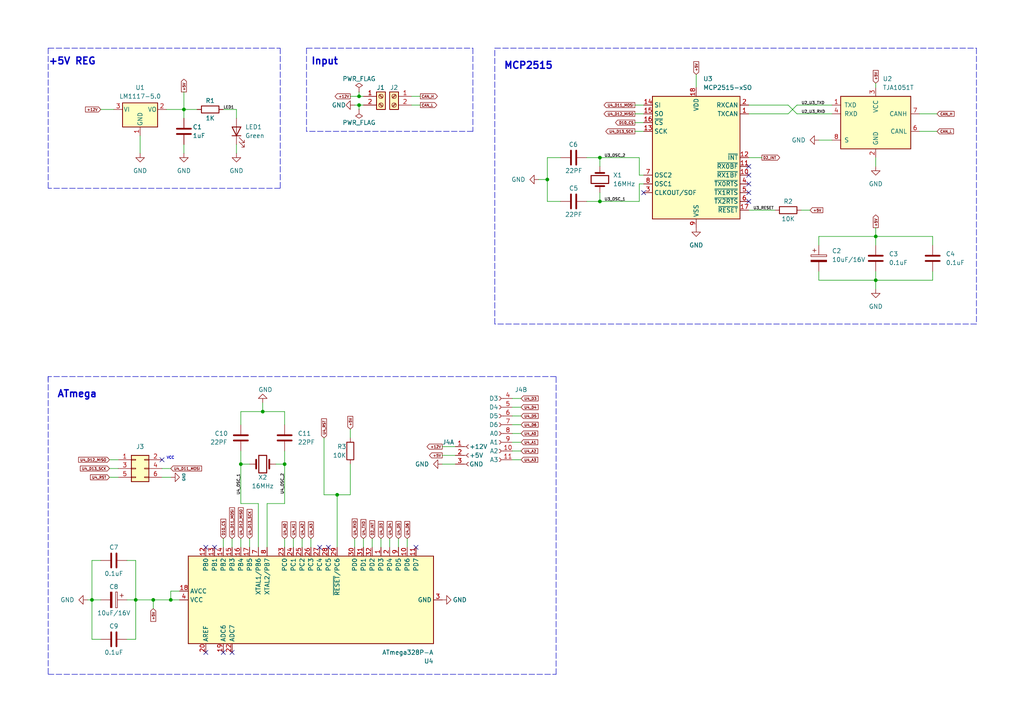
<source format=kicad_sch>
(kicad_sch (version 20211123) (generator eeschema)
  (paper "A4")
  (lib_symbols
    (symbol "CAN_ATmega:Connector_female" (pin_names (offset 1.5))
      (property "Reference" "J" (at -12 0 0))
      (property "Value" "Connector_female" (at 0 12 0))
      (symbol "Connector_female_1_1"
        (polyline (pts (xy 2.5654 -2.54) (xy 3.3274 -2.54)) (stroke (width 0.1524)))
        (polyline (pts (xy 2.5654 0) (xy 3.3274 0)) (stroke (width 0.1524)))
        (polyline (pts (xy 2.5654 2.54) (xy 3.3274 2.54)) (stroke (width 0.1524)))
        (arc (start 3.8354 -2.032) (mid 3.327 -2.54) (end 3.8354 -3.048) (stroke (width 0.1524)))
        (arc (start 3.8354 0.508) (mid 3.327 0) (end 3.8354 -0.508) (stroke (width 0.1524)))
        (arc (start 3.8354 3.048) (mid 3.327 2.54) (end 3.8354 2.032) (stroke (width 0.1524)))
        (pin power_out line (at 0 2.54 0) (length 2.54) (name "+12V") (number "1"))
        (pin power_out line (at 0 0 0) (length 2.54) (name "+5V") (number "2"))
        (pin power_out line (at 0 -2.54 0) (length 2.54) (name "GND") (number "3"))
      )
      (symbol "Connector_female_2_1"
        (polyline (pts (xy 2.5654 -8.89) (xy 3.3274 -8.89)) (stroke (width 0.1524)))
        (polyline (pts (xy 2.5654 -6.35) (xy 3.3274 -6.35)) (stroke (width 0.1524)))
        (polyline (pts (xy 2.5654 -3.81) (xy 3.3274 -3.81)) (stroke (width 0.1524)))
        (polyline (pts (xy 2.5654 -1.27) (xy 3.3274 -1.27)) (stroke (width 0.1524)))
        (polyline (pts (xy 2.5654 1.27) (xy 3.3274 1.27)) (stroke (width 0.1524)))
        (polyline (pts (xy 2.5654 3.81) (xy 3.3274 3.81)) (stroke (width 0.1524)))
        (polyline (pts (xy 2.5654 6.35) (xy 3.3274 6.35)) (stroke (width 0.1524)))
        (polyline (pts (xy 2.5654 8.89) (xy 3.3274 8.89)) (stroke (width 0.1524)))
        (arc (start 3.8354 -8.382) (mid 3.327 -8.89) (end 3.8354 -9.398) (stroke (width 0.1524)))
        (arc (start 3.8354 -5.842) (mid 3.327 -6.35) (end 3.8354 -6.858) (stroke (width 0.1524)))
        (arc (start 3.8354 -3.302) (mid 3.327 -3.81) (end 3.8354 -4.318) (stroke (width 0.1524)))
        (arc (start 3.8354 -0.762) (mid 3.327 -1.27) (end 3.8354 -1.778) (stroke (width 0.1524)))
        (arc (start 3.8354 1.778) (mid 3.3274 1.27) (end 3.8354 0.762) (stroke (width 0.1524)))
        (arc (start 3.8354 4.318) (mid 3.327 3.81) (end 3.8354 3.302) (stroke (width 0.1524)))
        (arc (start 3.8354 6.858) (mid 3.327 6.35) (end 3.8354 5.842) (stroke (width 0.1524)))
        (arc (start 3.8354 9.398) (mid 3.327 8.89) (end 3.8354 8.382) (stroke (width 0.1524)))
        (pin passive line (at 0 -6.35 0) (length 2.54) (name "A2") (number "10"))
        (pin passive line (at 0 -8.89 0) (length 2.54) (name "A3") (number "11"))
        (pin passive line (at 0 8.89 0) (length 2.54) (name "D3") (number "4"))
        (pin passive line (at 0 6.35 0) (length 2.54) (name "D4") (number "5"))
        (pin passive line (at 0 3.81 0) (length 2.54) (name "D5") (number "6"))
        (pin passive line (at 0 1.27 0) (length 2.54) (name "D6") (number "7"))
        (pin passive line (at 0 -1.27 0) (length 2.54) (name "A0") (number "8"))
        (pin passive line (at 0 -3.81 0) (length 2.54) (name "A1") (number "9"))
      )
    )
    (symbol "Connector:Screw_Terminal_01x02" (pin_names (offset 1.016) hide)
      (property "Reference" "J" (at 0 2.54 0))
      (property "Value" "Screw_Terminal_01x02" (at 0 -5.08 0))
      (symbol "Screw_Terminal_01x02_1_1"
        (rectangle (start -1.27 1.27) (end 1.27 -3.81) (stroke (width 0.254)) (fill (type background)))
        (circle (center 0 -2.54) (radius 0.635) (stroke (width 0.1524)))
        (polyline (pts (xy -0.5334 -2.2098) (xy 0.3302 -3.048)) (stroke (width 0.1524)))
        (polyline (pts (xy -0.5334 0.3302) (xy 0.3302 -0.508)) (stroke (width 0.1524)))
        (polyline (pts (xy -0.3556 -2.032) (xy 0.508 -2.8702)) (stroke (width 0.1524)))
        (polyline (pts (xy -0.3556 0.508) (xy 0.508 -0.3302)) (stroke (width 0.1524)))
        (circle (center 0 0) (radius 0.635) (stroke (width 0.1524)))
        (pin passive line (at -5.08 0 0) (length 3.81) (name "Pin_1") (number "1"))
        (pin passive line (at -5.08 -2.54 0) (length 3.81) (name "Pin_2") (number "2"))
      )
    )
    (symbol "Connector_Generic:Conn_02x03_Odd_Even" (pin_names (offset 1.016) hide)
      (property "Reference" "J" (at 1.27 5.08 0))
      (property "Value" "Conn_02x03_Odd_Even" (at 1.27 -5.08 0))
      (symbol "Conn_02x03_Odd_Even_1_1"
        (rectangle (start -1.27 -2.413) (end 0 -2.667) (stroke (width 0.1524)))
        (rectangle (start -1.27 0.127) (end 0 -0.127) (stroke (width 0.1524)))
        (rectangle (start -1.27 2.667) (end 0 2.413) (stroke (width 0.1524)))
        (rectangle (start -1.27 3.81) (end 3.81 -3.81) (stroke (width 0.254)) (fill (type background)))
        (rectangle (start 3.81 -2.413) (end 2.54 -2.667) (stroke (width 0.1524)))
        (rectangle (start 3.81 0.127) (end 2.54 -0.127) (stroke (width 0.1524)))
        (rectangle (start 3.81 2.667) (end 2.54 2.413) (stroke (width 0.1524)))
        (pin passive line (at -5.08 2.54 0) (length 3.81) (name "Pin_1") (number "1"))
        (pin passive line (at 7.62 2.54 180) (length 3.81) (name "Pin_2") (number "2"))
        (pin passive line (at -5.08 0 0) (length 3.81) (name "Pin_3") (number "3"))
        (pin passive line (at 7.62 0 180) (length 3.81) (name "Pin_4") (number "4"))
        (pin passive line (at -5.08 -2.54 0) (length 3.81) (name "Pin_5") (number "5"))
        (pin passive line (at 7.62 -2.54 180) (length 3.81) (name "Pin_6") (number "6"))
      )
    )
    (symbol "Device:C" (pin_numbers hide) (pin_names (offset 0.254))
      (property "Reference" "C" (at 0.635 2.54 0))
      (property "Value" "C" (at 0.635 -2.54 0))
      (symbol "C_0_1"
        (polyline (pts (xy -2.032 -0.762) (xy 2.032 -0.762)) (stroke (width 0.508)))
        (polyline (pts (xy -2.032 0.762) (xy 2.032 0.762)) (stroke (width 0.508)))
      )
      (symbol "C_1_1"
        (pin passive line (at 0 3.81 270) (length 2.794) (name "~") (number "1"))
        (pin passive line (at 0 -3.81 90) (length 2.794) (name "~") (number "2"))
      )
    )
    (symbol "Device:C_Polarized" (pin_numbers hide) (pin_names (offset 0.254))
      (property "Reference" "C" (at 0.635 2.54 0))
      (property "Value" "C_Polarized" (at 0.635 -2.54 0))
      (symbol "C_Polarized_0_1"
        (rectangle (start -2.286 0.508) (end 2.286 1.016))
        (polyline (pts (xy -1.778 2.286) (xy -0.762 2.286)))
        (polyline (pts (xy -1.27 2.794) (xy -1.27 1.778)))
        (rectangle (start 2.286 -0.508) (end -2.286 -1.016) (fill (type outline)))
      )
      (symbol "C_Polarized_1_1"
        (pin passive line (at 0 3.81 270) (length 2.794) (name "~") (number "1"))
        (pin passive line (at 0 -3.81 90) (length 2.794) (name "~") (number "2"))
      )
    )
    (symbol "Device:Crystal" (pin_numbers hide) (pin_names (offset 1.016) hide)
      (property "Reference" "Y" (at 0 3.81 0))
      (property "Value" "Crystal" (at 0 -3.81 0))
      (symbol "Crystal_0_1"
        (rectangle (start -1.143 2.54) (end 1.143 -2.54) (stroke (width 0.3048)))
        (polyline (pts (xy -2.54 0) (xy -1.905 0)))
        (polyline (pts (xy -1.905 -1.27) (xy -1.905 1.27)) (stroke (width 0.508)))
        (polyline (pts (xy 1.905 -1.27) (xy 1.905 1.27)) (stroke (width 0.508)))
        (polyline (pts (xy 2.54 0) (xy 1.905 0)))
      )
      (symbol "Crystal_1_1"
        (pin passive line (at -3.81 0 0) (length 1.27) (name "1") (number "1"))
        (pin passive line (at 3.81 0 180) (length 1.27) (name "2") (number "2"))
      )
    )
    (symbol "Device:LED" (pin_numbers hide) (pin_names (offset 1.016) hide)
      (property "Reference" "D" (at 0 2.54 0))
      (property "Value" "LED" (at 0 -2.54 0))
      (symbol "LED_0_1"
        (polyline (pts (xy -1.27 -1.27) (xy -1.27 1.27)) (stroke (width 0.254)))
        (polyline (pts (xy -1.27 0) (xy 1.27 0)))
        (polyline (pts (xy 1.27 -1.27) (xy 1.27 1.27) (xy -1.27 0) (xy 1.27 -1.27)) (stroke (width 0.254)))
        (polyline (pts (xy -3.048 -0.762) (xy -4.572 -2.286) (xy -3.81 -2.286) (xy -4.572 -2.286) (xy -4.572 -1.524)))
        (polyline (pts (xy -1.778 -0.762) (xy -3.302 -2.286) (xy -2.54 -2.286) (xy -3.302 -2.286) (xy -3.302 -1.524)))
      )
      (symbol "LED_1_1"
        (pin passive line (at -3.81 0 0) (length 2.54) (name "K") (number "1"))
        (pin passive line (at 3.81 0 180) (length 2.54) (name "A") (number "2"))
      )
    )
    (symbol "Device:R" (pin_numbers hide) (pin_names (offset 0))
      (property "Reference" "R" (at 2.032 0 90))
      (property "Value" "R" (at 0 0 90))
      (symbol "R_0_1"
        (rectangle (start -1.016 -2.54) (end 1.016 2.54) (stroke (width 0.254)))
      )
      (symbol "R_1_1"
        (pin passive line (at 0 3.81 270) (length 1.27) (name "~") (number "1"))
        (pin passive line (at 0 -3.81 90) (length 1.27) (name "~") (number "2"))
      )
    )
    (symbol "Interface_CAN_LIN:MCP2515-xSO"
      (property "Reference" "U" (at -10.16 19.685 0))
      (property "Value" "MCP2515-xSO" (at 19.05 20.32 0))
      (symbol "MCP2515-xSO_0_1"
        (rectangle (start -12.7 17.78) (end 12.7 -17.78) (stroke (width 0.254)) (fill (type background)))
      )
      (symbol "MCP2515-xSO_1_1"
        (pin output line (at 15.24 12.7 180) (length 2.54) (name "TXCAN") (number "1"))
        (pin output line (at 15.24 -5.08 180) (length 2.54) (name "~{RX1BF}") (number "10"))
        (pin output line (at 15.24 -2.54 180) (length 2.54) (name "~{RX0BF}") (number "11"))
        (pin output line (at 15.24 0 180) (length 2.54) (name "~{INT}") (number "12"))
        (pin input line (at -15.24 7.62 0) (length 2.54) (name "SCK") (number "13"))
        (pin input line (at -15.24 15.24 0) (length 2.54) (name "SI") (number "14"))
        (pin output line (at -15.24 12.7 0) (length 2.54) (name "SO") (number "15"))
        (pin input line (at -15.24 10.16 0) (length 2.54) (name "~{CS}") (number "16"))
        (pin input line (at 15.24 -15.24 180) (length 2.54) (name "~{RESET}") (number "17"))
        (pin power_in line (at 0 20.32 270) (length 2.54) (name "VDD") (number "18"))
        (pin input line (at 15.24 15.24 180) (length 2.54) (name "RXCAN") (number "2"))
        (pin output line (at -15.24 -10.16 0) (length 2.54) (name "CLKOUT/SOF") (number "3"))
        (pin input line (at 15.24 -7.62 180) (length 2.54) (name "~{TX0RTS}") (number "4"))
        (pin input line (at 15.24 -10.16 180) (length 2.54) (name "~{TX1RTS}") (number "5"))
        (pin input line (at 15.24 -12.7 180) (length 2.54) (name "~{TX2RTS}") (number "6"))
        (pin output line (at -15.24 -5.08 0) (length 2.54) (name "OSC2") (number "7"))
        (pin input line (at -15.24 -7.62 0) (length 2.54) (name "OSC1") (number "8"))
        (pin power_in line (at 0 -20.32 90) (length 2.54) (name "VSS") (number "9"))
      )
    )
    (symbol "Interface_CAN_LIN:TJA1051T" (pin_names (offset 1.016))
      (property "Reference" "U" (at -10.16 8.89 0))
      (property "Value" "TJA1051T" (at 1.27 8.89 0))
      (symbol "TJA1051T_0_1"
        (rectangle (start -10.16 7.62) (end 10.16 -7.62) (stroke (width 0.254)) (fill (type background)))
      )
      (symbol "TJA1051T_1_1"
        (pin input line (at -12.7 5.08 0) (length 2.54) (name "TXD") (number "1"))
        (pin power_in line (at 0 -10.16 90) (length 2.54) (name "GND") (number "2"))
        (pin power_in line (at 0 10.16 270) (length 2.54) (name "VCC") (number "3"))
        (pin output line (at -12.7 2.54 0) (length 2.54) (name "RXD") (number "4"))
        (pin no_connect line (at -12.7 -2.54 0) (length 2.54) hide (name "n.c.") (number "5"))
        (pin bidirectional line (at 12.7 -2.54 180) (length 2.54) (name "CANL") (number "6"))
        (pin bidirectional line (at 12.7 2.54 180) (length 2.54) (name "CANH") (number "7"))
        (pin input line (at -12.7 -5.08 0) (length 2.54) (name "S") (number "8"))
      )
    )
    (symbol "MCU_Microchip_ATmega:ATmega328P-A"
      (property "Reference" "U" (at -12.7 36.83 0))
      (property "Value" "ATmega328P-A" (at 2.54 -36.83 0))
      (symbol "ATmega328P-A_0_1"
        (rectangle (start -12.7 -35.56) (end 12.7 35.56) (stroke (width 0.254)) (fill (type background)))
      )
      (symbol "ATmega328P-A_1_1"
        (pin bidirectional line (at 15.24 -20.32 180) (length 2.54) (name "PD3") (number "1"))
        (pin bidirectional line (at 15.24 -27.94 180) (length 2.54) (name "PD6") (number "10"))
        (pin bidirectional line (at 15.24 -30.48 180) (length 2.54) (name "PD7") (number "11"))
        (pin bidirectional line (at 15.24 30.48 180) (length 2.54) (name "PB0") (number "12"))
        (pin bidirectional line (at 15.24 27.94 180) (length 2.54) (name "PB1") (number "13"))
        (pin bidirectional line (at 15.24 25.4 180) (length 2.54) (name "PB2") (number "14"))
        (pin bidirectional line (at 15.24 22.86 180) (length 2.54) (name "PB3") (number "15"))
        (pin bidirectional line (at 15.24 20.32 180) (length 2.54) (name "PB4") (number "16"))
        (pin bidirectional line (at 15.24 17.78 180) (length 2.54) (name "PB5") (number "17"))
        (pin power_in line (at 2.54 38.1 270) (length 2.54) (name "AVCC") (number "18"))
        (pin input line (at -15.24 25.4 0) (length 2.54) (name "ADC6") (number "19"))
        (pin bidirectional line (at 15.24 -22.86 180) (length 2.54) (name "PD4") (number "2"))
        (pin passive line (at -15.24 30.48 0) (length 2.54) (name "AREF") (number "20"))
        (pin passive line (at 0 -38.1 90) (length 2.54) hide (name "GND") (number "21"))
        (pin input line (at -15.24 22.86 0) (length 2.54) (name "ADC7") (number "22"))
        (pin bidirectional line (at 15.24 7.62 180) (length 2.54) (name "PC0") (number "23"))
        (pin bidirectional line (at 15.24 5.08 180) (length 2.54) (name "PC1") (number "24"))
        (pin bidirectional line (at 15.24 2.54 180) (length 2.54) (name "PC2") (number "25"))
        (pin bidirectional line (at 15.24 0 180) (length 2.54) (name "PC3") (number "26"))
        (pin bidirectional line (at 15.24 -2.54 180) (length 2.54) (name "PC4") (number "27"))
        (pin bidirectional line (at 15.24 -5.08 180) (length 2.54) (name "PC5") (number "28"))
        (pin bidirectional line (at 15.24 -7.62 180) (length 2.54) (name "~{RESET}/PC6") (number "29"))
        (pin power_in line (at 0 -38.1 90) (length 2.54) (name "GND") (number "3"))
        (pin bidirectional line (at 15.24 -12.7 180) (length 2.54) (name "PD0") (number "30"))
        (pin bidirectional line (at 15.24 -15.24 180) (length 2.54) (name "PD1") (number "31"))
        (pin bidirectional line (at 15.24 -17.78 180) (length 2.54) (name "PD2") (number "32"))
        (pin power_in line (at 0 38.1 270) (length 2.54) (name "VCC") (number "4"))
        (pin passive line (at 0 -38.1 90) (length 2.54) hide (name "GND") (number "5"))
        (pin passive line (at 0 38.1 270) (length 2.54) hide (name "VCC") (number "6"))
        (pin bidirectional line (at 15.24 15.24 180) (length 2.54) (name "XTAL1/PB6") (number "7"))
        (pin bidirectional line (at 15.24 12.7 180) (length 2.54) (name "XTAL2/PB7") (number "8"))
        (pin bidirectional line (at 15.24 -25.4 180) (length 2.54) (name "PD5") (number "9"))
      )
    )
    (symbol "Regulator_Linear:LM1117-5.0" (pin_names (offset 0.254))
      (property "Reference" "U" (at -3.81 3.175 0))
      (property "Value" "LM1117-5.0" (at 0 3.175 0))
      (symbol "LM1117-5.0_0_1"
        (rectangle (start -5.08 -5.08) (end 5.08 1.905) (stroke (width 0.254)) (fill (type background)))
      )
      (symbol "LM1117-5.0_1_1"
        (pin power_in line (at 0 -7.62 90) (length 2.54) (name "GND") (number "1"))
        (pin power_out line (at 7.62 0 180) (length 2.54) (name "VO") (number "2"))
        (pin power_in line (at -7.62 0 0) (length 2.54) (name "VI") (number "3"))
      )
    )
    (symbol "power:GND" (power) (pin_names (offset 0))
      (property "Value" "GND" (at 0 -3.81 0))
      (symbol "GND_0_1"
        (polyline (pts (xy 0 0) (xy 0 -1.27) (xy 1.27 -1.27) (xy 0 -2.54) (xy -1.27 -1.27) (xy 0 -1.27)))
      )
      (symbol "GND_1_1"
        (pin power_in line (at 0 0 270) (length 0) hide (name "GND") (number "1"))
      )
    )
    (symbol "power:PWR_FLAG" (power) (pin_numbers hide) (pin_names (offset 0) hide)
      (property "Value" "PWR_FLAG" (at 0 3.81 0))
      (symbol "PWR_FLAG_0_0"
        (pin power_out line (at 0 0 90) (length 0) (name "pwr") (number "1"))
      )
      (symbol "PWR_FLAG_0_1"
        (polyline (pts (xy 0 0) (xy 0 1.27) (xy -1.016 1.905) (xy 0 2.54) (xy 1.016 1.905) (xy 0 1.27)))
      )
    )
  )
  (junction (at 254 81.28))
  (junction (at 254 68.58))
  (junction (at 69.85 134.62))
  (junction (at 53.34 31.75))
  (junction (at 26.67 173.99))
  (junction (at 97.79 143.51))
  (junction (at 49.53 173.99))
  (junction (at 173.99 45.72))
  (junction (at 104.14 30.48))
  (junction (at 82.55 134.62))
  (junction (at 76.2 119.38))
  (junction (at 44.45 173.99))
  (junction (at 158.75 52.07))
  (junction (at 104.14 27.94))
  (junction (at 39.37 173.99))
  (junction (at 173.99 58.42))
  (no_connect (at 59.69 158.75))
  (no_connect (at 217.17 55.88))
  (no_connect (at 217.17 50.8))
  (no_connect (at 67.31 189.23))
  (no_connect (at 217.17 48.26))
  (no_connect (at 64.77 189.23))
  (no_connect (at 217.17 53.34))
  (no_connect (at 120.65 158.75))
  (no_connect (at 46.99 133.35))
  (no_connect (at 217.17 58.42))
  (no_connect (at 186.69 55.88))
  (no_connect (at 59.69 189.23))
  (no_connect (at 95.25 158.75))
  (no_connect (at 92.71 158.75))
  (no_connect (at 62.23 158.75))
  (wire (pts (xy 31.75 133.35) (xy 34.29 133.35)))
  (wire (pts (xy 29.21 162.56) (xy 26.67 162.56)))
  (wire (pts (xy 102.87 156.21) (xy 102.87 158.75)))
  (wire (pts (xy 31.75 135.89) (xy 34.29 135.89)))
  (wire (pts (xy 97.79 143.51) (xy 93.98 143.51)))
  (wire (pts (xy 26.67 173.99) (xy 26.67 185.42)))
  (wire (pts (xy 186.69 53.34) (xy 185.42 53.34)))
  (wire (pts (xy 64.77 31.75) (xy 68.58 31.75)))
  (wire (pts (xy 104.14 30.48) (xy 105.41 30.48)))
  (wire (pts (xy 105.41 156.21) (xy 105.41 158.75)))
  (wire (pts (xy 104.14 27.94) (xy 105.41 27.94)))
  (wire (pts (xy 148.59 133.35) (xy 151.13 133.35)))
  (wire (pts (xy 40.64 39.37) (xy 40.64 44.45)))
  (wire (pts (xy 184.15 30.48) (xy 186.69 30.48)))
  (wire (pts (xy 119.38 27.94) (xy 121.92 27.94)))
  (wire (pts (xy 254 68.58) (xy 254 71.12)))
  (wire (pts (xy 237.49 81.28) (xy 254 81.28)))
  (wire (pts (xy 254 81.28) (xy 270.51 81.28)))
  (wire (pts (xy 237.49 78.74) (xy 237.49 81.28)))
  (wire (pts (xy 39.37 185.42) (xy 36.83 185.42)))
  (wire (pts (xy 186.69 50.8) (xy 185.42 50.8)))
  (wire (pts (xy 104.14 26.67) (xy 104.14 27.94)))
  (wire (pts (xy 82.55 134.62) (xy 80.01 134.62)))
  (wire (pts (xy 82.55 134.62) (xy 82.55 146.05)))
  (wire (pts (xy 46.99 138.43) (xy 49.53 138.43)))
  (wire (pts (xy 184.15 33.02) (xy 186.69 33.02)))
  (wire (pts (xy 110.49 156.21) (xy 110.49 158.75)))
  (wire (pts (xy 77.47 146.05) (xy 82.55 146.05)))
  (wire (pts (xy 184.15 35.56) (xy 186.69 35.56)))
  (polyline (pts (xy 143.51 13.97) (xy 283.21 13.97)))
  (polyline (pts (xy 137.16 13.97) (xy 137.16 38.1)))
  (wire (pts (xy 101.6 124.46) (xy 101.6 127)))
  (wire (pts (xy 29.21 31.75) (xy 33.02 31.75)))
  (wire (pts (xy 115.57 156.21) (xy 115.57 158.75)))
  (wire (pts (xy 158.75 58.42) (xy 158.75 52.07)))
  (polyline (pts (xy 13.97 13.97) (xy 81.28 13.97)))
  (wire (pts (xy 228.6 30.48) (xy 231.14 33.02)))
  (wire (pts (xy 148.59 120.65) (xy 151.13 120.65)))
  (wire (pts (xy 69.85 123.19) (xy 69.85 119.38)))
  (wire (pts (xy 44.45 173.99) (xy 49.53 173.99)))
  (wire (pts (xy 228.6 33.02) (xy 217.17 33.02)))
  (wire (pts (xy 254 45.72) (xy 254 48.26)))
  (wire (pts (xy 185.42 45.72) (xy 185.42 50.8)))
  (wire (pts (xy 173.99 58.42) (xy 170.18 58.42)))
  (wire (pts (xy 97.79 143.51) (xy 101.6 143.51)))
  (wire (pts (xy 44.45 176.53) (xy 44.45 173.99)))
  (polyline (pts (xy 283.21 13.97) (xy 283.21 93.98)))
  (wire (pts (xy 25.4 173.99) (xy 26.67 173.99)))
  (wire (pts (xy 254 81.28) (xy 254 83.82)))
  (wire (pts (xy 217.17 30.48) (xy 228.6 30.48)))
  (wire (pts (xy 49.53 171.45) (xy 52.07 171.45)))
  (wire (pts (xy 254 66.04) (xy 254 68.58)))
  (wire (pts (xy 74.93 146.05) (xy 74.93 158.75)))
  (wire (pts (xy 104.14 30.48) (xy 104.14 31.75)))
  (wire (pts (xy 76.2 119.38) (xy 82.55 119.38)))
  (wire (pts (xy 148.59 125.73) (xy 151.13 125.73)))
  (wire (pts (xy 113.03 156.21) (xy 113.03 158.75)))
  (wire (pts (xy 26.67 173.99) (xy 29.21 173.99)))
  (wire (pts (xy 87.63 156.21) (xy 87.63 158.75)))
  (wire (pts (xy 254 68.58) (xy 270.51 68.58)))
  (wire (pts (xy 270.51 68.58) (xy 270.51 71.12)))
  (wire (pts (xy 173.99 45.72) (xy 173.99 48.26)))
  (wire (pts (xy 173.99 45.72) (xy 170.18 45.72)))
  (wire (pts (xy 148.59 130.81) (xy 151.13 130.81)))
  (wire (pts (xy 173.99 58.42) (xy 185.42 58.42)))
  (wire (pts (xy 64.77 158.75) (xy 64.77 156.21)))
  (wire (pts (xy 270.51 81.28) (xy 270.51 78.74)))
  (wire (pts (xy 101.6 27.94) (xy 104.14 27.94)))
  (wire (pts (xy 266.7 38.1) (xy 271.78 38.1)))
  (wire (pts (xy 39.37 162.56) (xy 36.83 162.56)))
  (polyline (pts (xy 13.97 109.22) (xy 13.97 195.58)))
  (wire (pts (xy 39.37 173.99) (xy 39.37 185.42)))
  (wire (pts (xy 231.14 30.48) (xy 241.3 30.48)))
  (wire (pts (xy 69.85 134.62) (xy 69.85 130.81)))
  (wire (pts (xy 237.49 40.64) (xy 241.3 40.64)))
  (polyline (pts (xy 13.97 195.58) (xy 161.29 195.58)))
  (wire (pts (xy 93.98 127) (xy 93.98 143.51)))
  (polyline (pts (xy 283.21 93.98) (xy 143.51 93.98)))
  (wire (pts (xy 26.67 185.42) (xy 29.21 185.42)))
  (wire (pts (xy 158.75 52.07) (xy 158.75 45.72)))
  (polyline (pts (xy 143.51 93.98) (xy 143.51 13.97)))
  (wire (pts (xy 46.99 135.89) (xy 49.53 135.89)))
  (wire (pts (xy 39.37 173.99) (xy 44.45 173.99)))
  (wire (pts (xy 185.42 53.34) (xy 185.42 58.42)))
  (wire (pts (xy 128.27 129.54) (xy 132.08 129.54)))
  (wire (pts (xy 128.27 132.08) (xy 132.08 132.08)))
  (wire (pts (xy 156.21 52.07) (xy 158.75 52.07)))
  (wire (pts (xy 77.47 158.75) (xy 77.47 146.05)))
  (wire (pts (xy 107.95 158.75) (xy 107.95 156.21)))
  (wire (pts (xy 76.2 116.84) (xy 76.2 119.38)))
  (wire (pts (xy 49.53 173.99) (xy 52.07 173.99)))
  (wire (pts (xy 48.26 31.75) (xy 53.34 31.75)))
  (polyline (pts (xy 88.9 13.97) (xy 137.16 13.97)))
  (wire (pts (xy 82.55 156.21) (xy 82.55 158.75)))
  (wire (pts (xy 254 24.13) (xy 254 25.4)))
  (wire (pts (xy 158.75 45.72) (xy 162.56 45.72)))
  (wire (pts (xy 31.75 138.43) (xy 34.29 138.43)))
  (wire (pts (xy 39.37 173.99) (xy 39.37 162.56)))
  (wire (pts (xy 68.58 31.75) (xy 68.58 34.29)))
  (wire (pts (xy 53.34 31.75) (xy 53.34 34.29)))
  (polyline (pts (xy 81.28 13.97) (xy 81.28 54.61)))
  (wire (pts (xy 82.55 134.62) (xy 82.55 130.81)))
  (wire (pts (xy 68.58 41.91) (xy 68.58 44.45)))
  (wire (pts (xy 90.17 156.21) (xy 90.17 158.75)))
  (wire (pts (xy 232.41 60.96) (xy 234.95 60.96)))
  (wire (pts (xy 101.6 134.62) (xy 101.6 143.51)))
  (polyline (pts (xy 81.28 54.61) (xy 13.97 54.61)))
  (wire (pts (xy 254 78.74) (xy 254 81.28)))
  (wire (pts (xy 49.53 173.99) (xy 49.53 171.45)))
  (polyline (pts (xy 161.29 195.58) (xy 161.29 109.22)))
  (wire (pts (xy 69.85 119.38) (xy 76.2 119.38)))
  (wire (pts (xy 173.99 55.88) (xy 173.99 58.42)))
  (wire (pts (xy 148.59 115.57) (xy 151.13 115.57)))
  (polyline (pts (xy 161.29 109.22) (xy 13.97 109.22)))
  (wire (pts (xy 231.14 33.02) (xy 241.3 33.02)))
  (wire (pts (xy 53.34 26.67) (xy 53.34 31.75)))
  (wire (pts (xy 85.09 156.21) (xy 85.09 158.75)))
  (wire (pts (xy 72.39 158.75) (xy 72.39 156.21)))
  (wire (pts (xy 69.85 134.62) (xy 69.85 146.05)))
  (wire (pts (xy 72.39 134.62) (xy 69.85 134.62)))
  (wire (pts (xy 26.67 162.56) (xy 26.67 173.99)))
  (polyline (pts (xy 13.97 13.97) (xy 13.97 54.61)))
  (wire (pts (xy 36.83 173.99) (xy 39.37 173.99)))
  (wire (pts (xy 231.14 30.48) (xy 228.6 33.02)))
  (wire (pts (xy 148.59 123.19) (xy 151.13 123.19)))
  (wire (pts (xy 220.98 45.72) (xy 217.17 45.72)))
  (wire (pts (xy 67.31 158.75) (xy 67.31 156.21)))
  (wire (pts (xy 162.56 58.42) (xy 158.75 58.42)))
  (wire (pts (xy 148.59 128.27) (xy 151.13 128.27)))
  (wire (pts (xy 102.87 30.48) (xy 104.14 30.48)))
  (wire (pts (xy 173.99 45.72) (xy 185.42 45.72)))
  (wire (pts (xy 118.11 156.21) (xy 118.11 158.75)))
  (wire (pts (xy 69.85 146.05) (xy 74.93 146.05)))
  (polyline (pts (xy 88.9 13.97) (xy 88.9 38.1)))
  (wire (pts (xy 266.7 33.02) (xy 271.78 33.02)))
  (wire (pts (xy 82.55 119.38) (xy 82.55 123.19)))
  (wire (pts (xy 201.93 21.59) (xy 201.93 25.4)))
  (polyline (pts (xy 137.16 38.1) (xy 88.9 38.1)))
  (wire (pts (xy 69.85 158.75) (xy 69.85 156.21)))
  (wire (pts (xy 148.59 118.11) (xy 151.13 118.11)))
  (wire (pts (xy 184.15 38.1) (xy 186.69 38.1)))
  (wire (pts (xy 237.49 68.58) (xy 237.49 71.12)))
  (wire (pts (xy 254 68.58) (xy 237.49 68.58)))
  (wire (pts (xy 128.27 134.62) (xy 132.08 134.62)))
  (wire (pts (xy 217.17 60.96) (xy 224.79 60.96)))
  (wire (pts (xy 53.34 31.75) (xy 57.15 31.75)))
  (wire (pts (xy 119.38 30.48) (xy 121.92 30.48)))
  (polyline (pts (xy 13.97 109.22) (xy 13.97 110.49)))
  (wire (pts (xy 97.79 143.51) (xy 97.79 158.75)))
  (wire (pts (xy 53.34 41.91) (xy 53.34 44.45)))
  (text "+5V REG" (at 13.97 19.05 0) (effects (font (size 2 2) (thickness 0.4) bold) (justify left bottom)))
  (text "ATmega" (at 16.51 115.57 0) (effects (font (size 2 2) (thickness 0.4) bold) (justify left bottom)))
  (text "MCP2515" (at 146.05 20.32 0) (effects (font (size 2 2) (thickness 0.4) bold) (justify left bottom)))
  (text "VCC" (at 48.26 133.35 0) (effects (font (size 0.75 0.75)) (justify left bottom)))
  (text "Input" (at 90.17 19.05 0) (effects (font (size 2 2) (thickness 0.4) bold) (justify left bottom)))
  (label "U2_U3_TXD" (at 232.41 30.48 0) (effects (font (size 0.8 0.8))))
  (label "LED1" (at 64.77 31.75 0) (effects (font (size 0.8 0.8))))
  (label "U4_OSC_1" (at 69.85 143.51 90) (effects (font (size 0.8 0.8))))
  (label "U2_U3_RXD" (at 232.41 33.02 0) (effects (font (size 0.8 0.8))))
  (label "U3_OSC_1" (at 175.26 58.42 0) (effects (font (size 0.8 0.8))))
  (label "U3_OSC_2" (at 175.26 45.72 0) (effects (font (size 0.8 0.8))))
  (label "U3_RESET" (at 218.44 60.96 0) (effects (font (size 0.8 0.8))))
  (label "U4_OSC_2" (at 82.55 137.16 270) (effects (font (size 0.8 0.8))))
  (global_label "U4_D12_MISO" (shape input) (at 69.85 156.21 90) (effects (font (size 0.75 0.75))) (property "Intersheet References" "${INTERSHEET_REFS}" (effects hide)))
  (global_label "U4_D6" (shape input) (at 118.11 156.21 90) (effects (font (size 0.75 0.75))) (property "Intersheet References" "${INTERSHEET_REFS}" (effects hide)))
  (global_label "U4_A3" (shape input) (at 90.17 156.21 90) (effects (font (size 0.75 0.75))) (property "Intersheet References" "${INTERSHEET_REFS}" (effects hide)))
  (global_label "U4_A0" (shape input) (at 151.13 125.73 0) (effects (font (size 0.75 0.75))) (property "Intersheet References" "${INTERSHEET_REFS}" (effects hide)))
  (global_label "U4_D4" (shape input) (at 151.13 118.11 0) (effects (font (size 0.75 0.75))) (property "Intersheet References" "${INTERSHEET_REFS}" (effects hide)))
  (global_label "U4_A1" (shape input) (at 151.13 128.27 0) (effects (font (size 0.75 0.75))) (property "Intersheet References" "${INTERSHEET_REFS}" (effects hide)))
  (global_label "U4_D12_MISO" (shape input) (at 31.75 133.35 180) (effects (font (size 0.75 0.75))) (property "Intersheet References" "${INTERSHEET_REFS}" (effects hide)))
  (global_label "U4_D12_MISO" (shape output) (at 184.15 33.02 180) (effects (font (size 0.75 0.75))) (property "Intersheet References" "${INTERSHEET_REFS}" (effects hide)))
  (global_label "CAN_L" (shape output) (at 121.92 30.48 0) (effects (font (size 0.75 0.75))) (property "Intersheet References" "${INTERSHEET_REFS}" (effects hide)))
  (global_label "+5V" (shape input) (at 254 24.13 90) (effects (font (size 0.75 0.75))) (property "Intersheet References" "${INTERSHEET_REFS}" (effects hide)))
  (global_label "U4_A0" (shape input) (at 82.55 156.21 90) (effects (font (size 0.75 0.75))) (property "Intersheet References" "${INTERSHEET_REFS}" (effects hide)))
  (global_label "U4_D4" (shape input) (at 113.03 156.21 90) (effects (font (size 0.75 0.75))) (property "Intersheet References" "${INTERSHEET_REFS}" (effects hide)))
  (global_label "U4_D6" (shape input) (at 151.13 123.19 0) (effects (font (size 0.75 0.75))) (property "Intersheet References" "${INTERSHEET_REFS}" (effects hide)))
  (global_label "U4_D11_MOSI" (shape output) (at 184.15 30.48 180) (effects (font (size 0.75 0.75))) (property "Intersheet References" "${INTERSHEET_REFS}" (effects hide)))
  (global_label "U4_TXD" (shape input) (at 105.41 156.21 90) (effects (font (size 0.75 0.75))) (property "Intersheet References" "${INTERSHEET_REFS}" (effects hide)))
  (global_label "+5V" (shape output) (at 254 66.04 90) (effects (font (size 0.75 0.75))) (property "Intersheet References" "${INTERSHEET_REFS}" (effects hide)))
  (global_label "+5V" (shape input) (at 201.93 21.59 90) (effects (font (size 0.75 0.75))) (property "Intersheet References" "${INTERSHEET_REFS}" (effects hide)))
  (global_label "U4_RST" (shape input) (at 31.75 138.43 180) (effects (font (size 0.75 0.75))) (property "Intersheet References" "${INTERSHEET_REFS}" (effects hide)))
  (global_label "U4_A2" (shape input) (at 87.63 156.21 90) (effects (font (size 0.75 0.75))) (property "Intersheet References" "${INTERSHEET_REFS}" (effects hide)))
  (global_label "CAN_L" (shape input) (at 271.78 38.1 0) (effects (font (size 0.75 0.75))) (property "Intersheet References" "${INTERSHEET_REFS}" (effects hide)))
  (global_label "U4_D3" (shape input) (at 110.49 156.21 90) (effects (font (size 0.75 0.75))) (property "Intersheet References" "${INTERSHEET_REFS}" (effects hide)))
  (global_label "U4_A2" (shape input) (at 151.13 130.81 0) (effects (font (size 0.75 0.75))) (property "Intersheet References" "${INTERSHEET_REFS}" (effects hide)))
  (global_label "U4_D13_SCK" (shape output) (at 184.15 38.1 180) (effects (font (size 0.75 0.75))) (property "Intersheet References" "${INTERSHEET_REFS}" (effects hide)))
  (global_label "CAN_H" (shape output) (at 121.92 27.94 0) (effects (font (size 0.75 0.75))) (property "Intersheet References" "${INTERSHEET_REFS}" (effects hide)))
  (global_label "U4_D5" (shape input) (at 115.57 156.21 90) (effects (font (size 0.75 0.75))) (property "Intersheet References" "${INTERSHEET_REFS}" (effects hide)))
  (global_label "U4_A3" (shape input) (at 151.13 133.35 0) (effects (font (size 0.75 0.75))) (property "Intersheet References" "${INTERSHEET_REFS}" (effects hide)))
  (global_label "U4_D13_SCK" (shape input) (at 72.39 156.21 90) (effects (font (size 0.75 0.75))) (property "Intersheet References" "${INTERSHEET_REFS}" (effects hide)))
  (global_label "U4_D11_MOSI" (shape input) (at 67.31 156.21 90) (effects (font (size 0.75 0.75))) (property "Intersheet References" "${INTERSHEET_REFS}" (effects hide)))
  (global_label "U4_D5" (shape input) (at 151.13 120.65 0) (effects (font (size 0.75 0.75))) (property "Intersheet References" "${INTERSHEET_REFS}" (effects hide)))
  (global_label "U4_RST" (shape input) (at 93.98 127 90) (effects (font (size 0.75 0.75))) (property "Intersheet References" "${INTERSHEET_REFS}" (effects hide)))
  (global_label "D10_CS" (shape input) (at 64.77 156.21 90) (effects (font (size 0.75 0.75))) (property "Intersheet References" "${INTERSHEET_REFS}" (effects hide)))
  (global_label "D10_CS" (shape output) (at 184.15 35.56 180) (effects (font (size 0.75 0.75))) (property "Intersheet References" "${INTERSHEET_REFS}" (effects hide)))
  (global_label "+5V" (shape input) (at 44.45 176.53 270) (effects (font (size 0.75 0.75))) (property "Intersheet References" "${INTERSHEET_REFS}" (effects hide)))
  (global_label "+12V" (shape output) (at 128.27 129.54 180) (effects (font (size 0.75 0.75))) (property "Intersheet References" "${INTERSHEET_REFS}" (effects hide)))
  (global_label "U4_RXD" (shape input) (at 102.87 156.21 90) (effects (font (size 0.75 0.75))) (property "Intersheet References" "${INTERSHEET_REFS}" (effects hide)))
  (global_label "U4_A1" (shape input) (at 85.09 156.21 90) (effects (font (size 0.75 0.75))) (property "Intersheet References" "${INTERSHEET_REFS}" (effects hide)))
  (global_label "+12V" (shape output) (at 101.6 27.94 180) (effects (font (size 0.75 0.75))) (property "Intersheet References" "${INTERSHEET_REFS}" (effects hide)))
  (global_label "CAN_H" (shape input) (at 271.78 33.02 0) (effects (font (size 0.75 0.75))) (property "Intersheet References" "${INTERSHEET_REFS}" (effects hide)))
  (global_label "D2_INT" (shape output) (at 220.98 45.72 0) (effects (font (size 0.75 0.75))) (property "Intersheet References" "${INTERSHEET_REFS}" (effects hide)))
  (global_label "+12V" (shape input) (at 29.21 31.75 180) (effects (font (size 0.75 0.75))) (property "Intersheet References" "${INTERSHEET_REFS}" (effects hide)))
  (global_label "U4_D11_MOSI" (shape input) (at 49.53 135.89 0) (effects (font (size 0.75 0.75))) (property "Intersheet References" "${INTERSHEET_REFS}" (effects hide)))
  (global_label "+5V" (shape input) (at 101.6 124.46 90) (effects (font (size 0.75 0.75))) (property "Intersheet References" "${INTERSHEET_REFS}" (effects hide)))
  (global_label "+5V" (shape output) (at 128.27 132.08 180) (effects (font (size 0.75 0.75))) (property "Intersheet References" "${INTERSHEET_REFS}" (effects hide)))
  (global_label "U4_D3" (shape input) (at 151.13 115.57 0) (effects (font (size 0.75 0.75))) (property "Intersheet References" "${INTERSHEET_REFS}" (effects hide)))
  (global_label "D2_INT" (shape input) (at 107.95 156.21 90) (effects (font (size 0.75 0.75))) (property "Intersheet References" "${INTERSHEET_REFS}" (effects hide)))
  (global_label "+5V" (shape output) (at 53.34 26.67 90) (effects (font (size 0.75 0.75))) (property "Intersheet References" "${INTERSHEET_REFS}" (effects hide)))
  (global_label "+5V" (shape input) (at 234.95 60.96 0) (effects (font (size 0.75 0.75))) (property "Intersheet References" "${INTERSHEET_REFS}" (effects hide)))
  (global_label "U4_D13_SCK" (shape input) (at 31.75 135.89 180) (effects (font (size 0.75 0.75))) (property "Intersheet References" "${INTERSHEET_REFS}" (effects hide)))
  (symbol (lib_id "power:GND") (at 76.2 116.84 180) (unit 1)
    (property "Reference" "#PWR0111" (effects hide))
    (property "Value" "GND" (at 74.93 113.03 0) (effects (justify right)))
  )
  (symbol (lib_id "Device:Crystal") (at 76.2 134.62 0) (unit 1)
    (property "Reference" "X2" (at 76.2 138.43 0))
    (property "Value" "16MHz" (at 76.2 140.97 0))
    (property "Footprint" "Crystal:Crystal_HC49-4H_Vertical" (effects hide))
  )
  (symbol (lib_id "CAN_ATmega:Connector_female") (at 132.08 132.08 0) (unit 1)
    (property "Reference" "J4" (at 128.27 128.27 0) (effects (justify left)))
    (property "Value" "Connector_female" (effects hide))
    (property "Footprint" "CAN_ATmega:Connector_female" (effects hide))
  )
  (symbol (lib_id "Device:C") (at 270.51 74.93 0) (unit 1)
    (property "Reference" "C4" (at 274.32 73.6599 0) (effects (justify left)))
    (property "Value" "0.1uF" (at 274.32 76.1999 0) (effects (justify left)))
    (property "Footprint" "Capacitor_SMD:C_1206_3216Metric" (effects hide))
  )
  (symbol (lib_id "Device:C") (at 33.02 162.56 270) (unit 1)
    (property "Reference" "C7" (at 33.02 158.75 90))
    (property "Value" "0.1uF" (at 33.02 166.37 90))
    (property "Footprint" "Capacitor_SMD:C_1206_3216Metric" (effects hide))
  )
  (symbol (lib_id "power:PWR_FLAG") (at 104.14 26.67 0) (unit 1)
    (property "Reference" "#FLG0102" (effects hide))
    (property "Value" "PWR_FLAG" (at 104.14 22.86 0))
  )
  (symbol (lib_id "Device:Crystal") (at 173.99 52.07 270) (unit 1)
    (property "Reference" "X1" (at 177.8 50.7999 90) (effects (justify left)))
    (property "Value" "16MHz" (at 177.8 53.3399 90) (effects (justify left)))
    (property "Footprint" "Crystal:Crystal_HC49-4H_Vertical" (effects hide))
  )
  (symbol (lib_id "Device:C") (at 82.55 127 0) (unit 1)
    (property "Reference" "C11" (at 86.36 125.73 0) (effects (justify left)))
    (property "Value" "22PF" (at 86.36 128.2699 0) (effects (justify left)))
    (property "Footprint" "Capacitor_SMD:C_1206_3216Metric" (effects hide))
  )
  (symbol (lib_id "power:GND") (at 156.21 52.07 270) (unit 1)
    (property "Reference" "#PWR0103" (effects hide))
    (property "Value" "GND" (at 152.4 52.0699 90) (effects (justify right)))
  )
  (symbol (lib_id "power:GND") (at 237.49 40.64 270) (unit 1)
    (property "Reference" "#PWR0113" (effects hide))
    (property "Value" "GND" (at 233.68 40.6399 90) (effects (justify right)))
  )
  (symbol (lib_id "Connector_Generic:Conn_02x03_Odd_Even") (at 39.37 135.89 0) (unit 1)
    (property "Reference" "J3" (at 40.64 129.54 0))
    (property "Value" "Conn_02x03_Odd_Even" (effects hide))
    (property "Footprint" "Connector_IDC:IDC-Header_2x03_P2.54mm_Vertical" (effects hide))
  )
  (symbol (lib_id "power:GND") (at 254 83.82 0) (unit 1)
    (property "Reference" "#PWR0112" (effects hide))
    (property "Value" "GND" (at 254 88.9 0))
  )
  (symbol (lib_id "Device:C_Polarized") (at 33.02 173.99 270) (unit 1)
    (property "Reference" "C8" (at 33.02 170.18 90))
    (property "Value" "10uF/16V" (at 33.02 177.8 90))
    (property "Footprint" "Capacitor_SMD:C_1206_3216Metric" (effects hide))
  )
  (symbol (lib_id "Device:C") (at 166.37 58.42 90) (unit 1)
    (property "Reference" "C5" (at 166.37 54.61 90))
    (property "Value" "22PF" (at 166.37 62.23 90))
    (property "Footprint" "Capacitor_SMD:C_1206_3216Metric" (effects hide))
  )
  (symbol (lib_id "power:GND") (at 201.93 66.04 0) (unit 1)
    (property "Reference" "#PWR0114" (effects hide))
    (property "Value" "GND" (at 201.93 71.12 0))
  )
  (symbol (lib_id "power:GND") (at 128.27 173.99 90) (unit 1)
    (property "Reference" "#PWR0110" (effects hide))
    (property "Value" "GND" (at 133.35 173.99 90))
  )
  (symbol (lib_id "power:GND") (at 102.87 30.48 270) (unit 1)
    (property "Reference" "#PWR0108" (effects hide))
    (property "Value" "GND" (at 100.33 30.48 90) (effects (justify right)))
  )
  (symbol (lib_id "power:GND") (at 68.58 44.45 0) (unit 1)
    (property "Reference" "#PWR0107" (effects hide))
    (property "Value" "GND" (at 68.58 49.53 0))
  )
  (symbol (lib_id "power:GND") (at 128.27 134.62 270) (unit 1)
    (property "Reference" "#PWR0102" (effects hide))
    (property "Value" "GND" (at 124.46 134.6199 90) (effects (justify right)))
  )
  (symbol (lib_id "Device:R") (at 101.6 130.81 0) (unit 1)
    (property "Reference" "R3" (at 97.79 129.54 0) (effects (justify left)))
    (property "Value" "10K" (at 96.52 132.08 0) (effects (justify left)))
    (property "Footprint" "Resistor_SMD:R_0805_2012Metric" (effects hide))
  )
  (symbol (lib_id "Connector:Screw_Terminal_01x02") (at 110.49 27.94 0) (unit 1)
    (property "Reference" "J1" (at 109.22 25.4 0) (effects (justify left)))
    (property "Value" "Screw_Terminal_01x02" (effects hide))
    (property "Footprint" "TerminalBlock_Phoenix:TerminalBlock_Phoenix_MKDS-1,5-2-5.08_1x02_P5.08mm_Horizontal" (effects hide))
  )
  (symbol (lib_id "Device:C") (at 166.37 45.72 90) (unit 1)
    (property "Reference" "C6" (at 167.64 41.91 90) (effects (justify left)))
    (property "Value" "22PF" (at 168.91 49.53 90) (effects (justify left)))
    (property "Footprint" "Capacitor_SMD:C_1206_3216Metric" (effects hide))
  )
  (symbol (lib_id "Interface_CAN_LIN:MCP2515-xSO") (at 201.93 45.72 0) (unit 1)
    (property "Reference" "U3" (at 203.9494 22.86 0) (effects (justify left)))
    (property "Value" "MCP2515-xSO" (at 203.9494 25.4 0) (effects (justify left)))
    (property "Footprint" "Package_SO:SOIC-18W_7.5x11.6mm_P1.27mm" (effects hide))
    (property "Datasheet" "http://ww1.microchip.com/downloads/en/DeviceDoc/21801e.pdf" (effects hide))
  )
  (symbol (lib_id "Device:C") (at 33.02 185.42 270) (unit 1)
    (property "Reference" "C9" (at 33.02 181.61 90))
    (property "Value" "0.1uF" (at 33.02 189.23 90))
    (property "Footprint" "Capacitor_SMD:C_1206_3216Metric" (effects hide))
  )
  (symbol (lib_id "Interface_CAN_LIN:TJA1051T") (at 254 35.56 0) (unit 1)
    (property "Reference" "U2" (at 256.0194 22.86 0) (effects (justify left)))
    (property "Value" "TJA1051T" (at 256.0194 25.4 0) (effects (justify left)))
    (property "Footprint" "Package_SO:SOIC-8_3.9x4.9mm_P1.27mm" (effects hide))
    (property "Datasheet" "http://www.nxp.com/documents/data_sheet/TJA1051.pdf" (effects hide))
  )
  (symbol (lib_id "Device:R") (at 60.96 31.75 90) (unit 1)
    (property "Reference" "R1" (at 60.96 29.21 90))
    (property "Value" "1K" (at 60.96 34.29 90))
    (property "Footprint" "Resistor_SMD:R_0805_2012Metric" (effects hide))
  )
  (symbol (lib_id "power:PWR_FLAG") (at 104.14 31.75 0) (mirror x) (unit 1)
    (property "Reference" "#FLG0101" (effects hide))
    (property "Value" "PWR_FLAG" (at 104.14 35.56 0))
  )
  (symbol (lib_id "power:GND") (at 254 48.26 0) (unit 1)
    (property "Reference" "#PWR0101" (effects hide))
    (property "Value" "GND" (at 254 53.34 0))
  )
  (symbol (lib_id "CAN_ATmega:Connector_female") (at 148.59 124.46 0) (mirror y) (unit 2)
    (property "Reference" "J4" (at 151.13 113.03 0))
    (property "Value" "Connector_female" (effects hide))
    (property "Footprint" "CAN_ATmega:Connector_female" (effects hide))
  )
  (symbol (lib_id "power:GND") (at 53.34 44.45 0) (unit 1)
    (property "Reference" "#PWR0105" (effects hide))
    (property "Value" "GND" (at 53.34 49.53 0))
  )
  (symbol (lib_id "Regulator_Linear:LM1117-5.0") (at 40.64 31.75 0) (unit 1)
    (property "Reference" "U1" (at 40.64 25.4 0))
    (property "Value" "LM1117-5.0" (at 40.64 27.94 0))
    (property "Footprint" "Package_TO_SOT_SMD:SOT-223" (effects hide))
    (property "Datasheet" "http://www.ti.com/lit/ds/symlink/lm1117.pdf" (effects hide))
  )
  (symbol (lib_id "Device:C_Polarized") (at 237.49 74.93 0) (unit 1)
    (property "Reference" "C2" (at 241.3 72.7709 0) (effects (justify left)))
    (property "Value" "10uF/16V" (at 241.3 75.3109 0) (effects (justify left)))
    (property "Footprint" "Capacitor_SMD:C_1206_3216Metric" (effects hide))
  )
  (symbol (lib_id "Device:LED") (at 68.58 38.1 90) (unit 1)
    (property "Reference" "LED1" (at 71.12 36.83 90) (effects (justify right)))
    (property "Value" "Green" (at 71.12 39.37 90) (effects (justify right)))
    (property "Footprint" "LED_SMD:LED_0805_2012Metric" (effects hide))
  )
  (symbol (lib_id "Device:C") (at 254 74.93 0) (unit 1)
    (property "Reference" "C3" (at 257.81 73.6599 0) (effects (justify left)))
    (property "Value" "0.1uF" (at 257.81 76.1999 0) (effects (justify left)))
    (property "Footprint" "Capacitor_SMD:C_1206_3216Metric" (effects hide))
  )
  (symbol (lib_id "Connector:Screw_Terminal_01x02") (at 114.3 27.94 0) (mirror y) (unit 1)
    (property "Reference" "J2" (at 114.3 25.4 0))
    (property "Value" "Screw_Terminal_01x02" (effects hide))
    (property "Footprint" "TerminalBlock_Phoenix:TerminalBlock_Phoenix_MKDS-1,5-2-5.08_1x02_P5.08mm_Horizontal" (effects hide))
  )
  (symbol (lib_id "MCU_Microchip_ATmega:ATmega328P-A") (at 90.17 173.99 90) (unit 1)
    (property "Reference" "U4" (at 125.73 191.77 90) (effects (justify left)))
    (property "Value" "ATmega328P-A" (at 125.73 189.23 90) (effects (justify left)))
    (property "Footprint" "Package_QFP:TQFP-32_7x7mm_P0.8mm" (effects hide))
    (property "Datasheet" "http://ww1.microchip.com/downloads/en/DeviceDoc/ATmega328_P%20AVR%20MCU%20with%20picoPower%20Technology%20Data%20Sheet%2040001984A.pdf" (effects hide))
  )
  (symbol (lib_id "Device:R") (at 228.6 60.96 90) (unit 1)
    (property "Reference" "R2" (at 228.6 58.42 90))
    (property "Value" "10K" (at 228.6 63.5 90))
    (property "Footprint" "Resistor_SMD:R_0805_2012Metric" (effects hide))
  )
  (symbol (lib_id "Device:C") (at 69.85 127 180) (unit 1)
    (property "Reference" "C10" (at 62.23 125.73 0) (effects (justify right)))
    (property "Value" "22PF" (at 60.96 128.27 0) (effects (justify right)))
    (property "Footprint" "Capacitor_SMD:C_1206_3216Metric" (effects hide))
  )
  (symbol (lib_id "power:GND") (at 49.53 138.43 90) (unit 1)
    (property "Reference" "#PWR0109" (effects hide))
    (property "Value" "GND" (at 53.34 137.16 0) (effects (font (size 0.75 0.75)) (justify right)))
  )
  (symbol (lib_id "power:GND") (at 40.64 44.45 0) (unit 1)
    (property "Reference" "#PWR0106" (effects hide))
    (property "Value" "GND" (at 40.64 49.53 0))
  )
  (symbol (lib_id "Device:C") (at 53.34 38.1 0) (unit 1)
    (property "Reference" "C1" (at 55.88 36.83 0) (effects (justify left)))
    (property "Value" "1uF" (at 55.88 39.37 0) (effects (justify left)))
    (property "Footprint" "Capacitor_SMD:C_1206_3216Metric" (effects hide))
  )
  (symbol (lib_id "power:GND") (at 25.4 173.99 270) (unit 1)
    (property "Reference" "#PWR0104" (effects hide))
    (property "Value" "GND" (at 21.59 173.9901 90) (effects (justify right)))
  )
)
</source>
